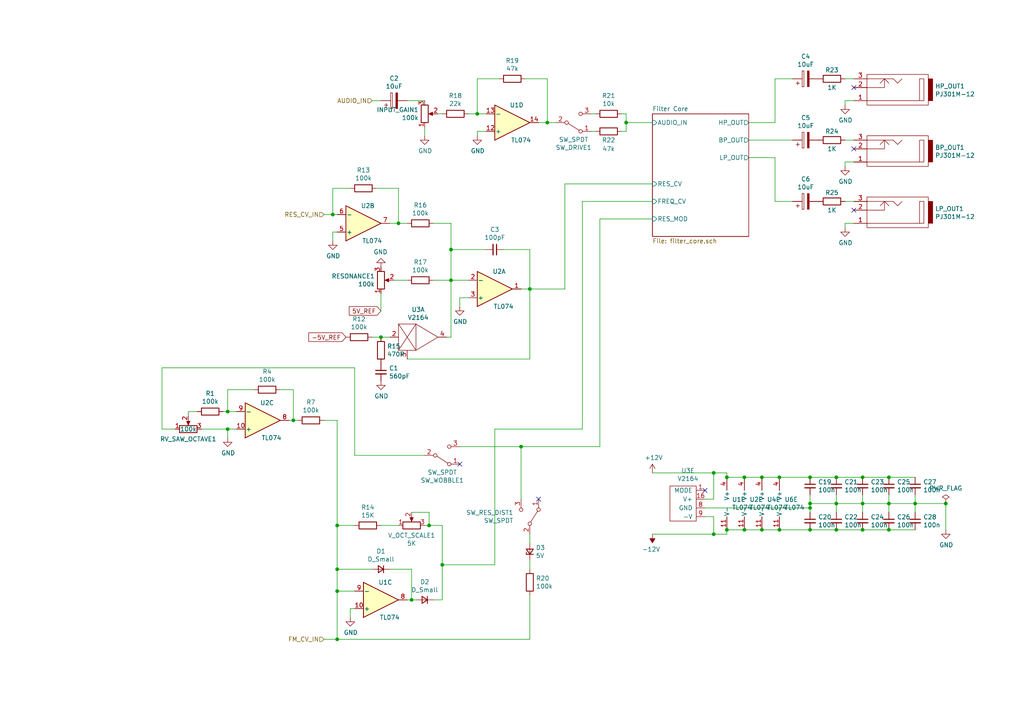
<source format=kicad_sch>
(kicad_sch (version 20230121) (generator eeschema)
  (paper "A4")
  (lib_symbols
    (symbol "Amplifier_Operational:TL074" (pin_names (offset 0.127))
      (property "Reference" "U" (at 0 5.08 0))
      (property "Value" "TL074" (at 0 -5.08 0))
      (symbol "TL074_1_1"
        (polyline (pts (xy -5.08 5.08) (xy 5.08 0) (xy -5.08 -5.08) (xy -5.08 5.08)) (stroke (width 0.254)) (fill (type background)))
        (pin output line (at 7.62 0 180) (length 2.54) (name "~") (number "1"))
        (pin input line (at -7.62 -2.54 0) (length 2.54) (name "-") (number "2"))
        (pin input line (at -7.62 2.54 0) (length 2.54) (name "+") (number "3"))
      )
      (symbol "TL074_2_1"
        (polyline (pts (xy -5.08 5.08) (xy 5.08 0) (xy -5.08 -5.08) (xy -5.08 5.08)) (stroke (width 0.254)) (fill (type background)))
        (pin input line (at -7.62 2.54 0) (length 2.54) (name "+") (number "5"))
        (pin input line (at -7.62 -2.54 0) (length 2.54) (name "-") (number "6"))
        (pin output line (at 7.62 0 180) (length 2.54) (name "~") (number "7"))
      )
      (symbol "TL074_3_1"
        (polyline (pts (xy -5.08 5.08) (xy 5.08 0) (xy -5.08 -5.08) (xy -5.08 5.08)) (stroke (width 0.254)) (fill (type background)))
        (pin input line (at -7.62 2.54 0) (length 2.54) (name "+") (number "10"))
        (pin output line (at 7.62 0 180) (length 2.54) (name "~") (number "8"))
        (pin input line (at -7.62 -2.54 0) (length 2.54) (name "-") (number "9"))
      )
      (symbol "TL074_4_1"
        (polyline (pts (xy -5.08 5.08) (xy 5.08 0) (xy -5.08 -5.08) (xy -5.08 5.08)) (stroke (width 0.254)) (fill (type background)))
        (pin input line (at -7.62 2.54 0) (length 2.54) (name "+") (number "12"))
        (pin input line (at -7.62 -2.54 0) (length 2.54) (name "-") (number "13"))
        (pin output line (at 7.62 0 180) (length 2.54) (name "~") (number "14"))
      )
      (symbol "TL074_5_1"
        (pin power_in line (at -2.54 -7.62 90) (length 3.81) (name "V-") (number "11"))
        (pin power_in line (at -2.54 7.62 270) (length 3.81) (name "V+") (number "4"))
      )
    )
    (symbol "Device:C_Small" (pin_numbers hide) (pin_names (offset 0.254) hide)
      (property "Reference" "C" (at 0.254 1.778 0))
      (property "Value" "C_Small" (at 0.254 -2.032 0))
      (symbol "C_Small_0_1"
        (polyline (pts (xy -1.524 -0.508) (xy 1.524 -0.508)) (stroke (width 0.3302)))
        (polyline (pts (xy -1.524 0.508) (xy 1.524 0.508)) (stroke (width 0.3048)))
      )
      (symbol "C_Small_1_1"
        (pin passive line (at 0 2.54 270) (length 2.032) (name "~") (number "1"))
        (pin passive line (at 0 -2.54 90) (length 2.032) (name "~") (number "2"))
      )
    )
    (symbol "Device:D_Small" (pin_numbers hide) (pin_names (offset 0.254) hide)
      (property "Reference" "D" (at -1.27 2.032 0))
      (property "Value" "D_Small" (at -3.81 -2.032 0))
      (symbol "D_Small_0_1"
        (polyline (pts (xy -0.762 -1.016) (xy -0.762 1.016)) (stroke (width 0.254)))
        (polyline (pts (xy -0.762 0) (xy 0.762 0)))
        (polyline (pts (xy 0.762 -1.016) (xy -0.762 0) (xy 0.762 1.016) (xy 0.762 -1.016)) (stroke (width 0.254)))
      )
      (symbol "D_Small_1_1"
        (pin passive line (at -2.54 0 0) (length 1.778) (name "K") (number "1"))
        (pin passive line (at 2.54 0 180) (length 1.778) (name "A") (number "2"))
      )
    )
    (symbol "Device:D_Zener_Small" (pin_numbers hide) (pin_names (offset 0.254) hide)
      (property "Reference" "D" (at 0 2.286 0))
      (property "Value" "D_Zener_Small" (at 0 -2.286 0))
      (symbol "D_Zener_Small_0_1"
        (polyline (pts (xy 0.762 0) (xy -0.762 0)))
        (polyline (pts (xy -0.254 1.016) (xy -0.762 1.016) (xy -0.762 -1.016)) (stroke (width 0.254)))
        (polyline (pts (xy 0.762 1.016) (xy -0.762 0) (xy 0.762 -1.016) (xy 0.762 1.016)) (stroke (width 0.254)))
      )
      (symbol "D_Zener_Small_1_1"
        (pin passive line (at -2.54 0 0) (length 1.778) (name "K") (number "1"))
        (pin passive line (at 2.54 0 180) (length 1.778) (name "A") (number "2"))
      )
    )
    (symbol "Device:R" (pin_numbers hide) (pin_names (offset 0))
      (property "Reference" "R" (at 2.032 0 90))
      (property "Value" "R" (at 0 0 90))
      (symbol "R_0_1"
        (rectangle (start -1.016 -2.54) (end 1.016 2.54) (stroke (width 0.254)))
      )
      (symbol "R_1_1"
        (pin passive line (at 0 3.81 270) (length 1.27) (name "~") (number "1"))
        (pin passive line (at 0 -3.81 90) (length 1.27) (name "~") (number "2"))
      )
    )
    (symbol "Schraeg-rescue:CP-Device" (pin_numbers hide) (pin_names (offset 0.254))
      (property "Reference" "C" (at 0.635 2.54 0))
      (property "Value" "Device_CP" (at 0.635 -2.54 0))
      (symbol "CP-Device_0_1"
        (rectangle (start -2.286 0.508) (end -2.286 1.016))
        (rectangle (start -2.286 0.508) (end 2.286 0.508))
        (polyline (pts (xy -1.778 2.286) (xy -0.762 2.286)))
        (polyline (pts (xy -1.27 2.794) (xy -1.27 1.778)))
        (rectangle (start 2.286 -0.508) (end -2.286 -1.016) (fill (type outline)))
        (rectangle (start 2.286 1.016) (end -2.286 1.016))
        (rectangle (start 2.286 1.016) (end 2.286 0.508))
      )
      (symbol "CP-Device_1_1"
        (pin passive line (at 0 3.81 270) (length 2.794) (name "~") (number "1"))
        (pin passive line (at 0 -3.81 90) (length 2.794) (name "~") (number "2"))
      )
    )
    (symbol "Schraeg-rescue:PJ301M-12-eurocad" (pin_names (offset 1.016))
      (property "Reference" "J" (at -8.89 -5.08 0))
      (property "Value" "eurocad_PJ301M-12" (at -3.81 6.35 0))
      (symbol "PJ301M-12-eurocad_0_1"
        (rectangle (start -11.43 3.81) (end -10.16 -2.54) (fill (type outline)))
        (polyline (pts (xy 3.81 0) (xy 7.62 0) (xy 7.62 0)))
        (polyline (pts (xy 0 -2.54) (xy -1.27 -1.27) (xy -2.54 -2.54) (xy -2.54 -2.54)))
        (polyline (pts (xy 0 -2.54) (xy 7.62 -2.54) (xy 7.62 -2.54) (xy 7.62 -2.54)))
        (polyline (pts (xy 1.27 -1.27) (xy 2.54 -2.54) (xy 3.81 -1.27) (xy 3.81 -1.27)))
        (polyline (pts (xy 3.81 0) (xy 2.54 0) (xy 2.54 -2.54) (xy 2.54 -2.54)))
        (polyline (pts (xy 7.62 3.81) (xy -8.89 3.81) (xy -8.89 -2.54) (xy -7.62 -2.54) (xy -7.62 3.81)))
        (rectangle (start 7.62 -3.81) (end -10.16 5.08))
      )
      (symbol "PJ301M-12-eurocad_1_1"
        (pin passive line (at 11.43 3.81 180) (length 3.81) (name "~") (number "1"))
        (pin passive line (at 11.43 0 180) (length 3.81) (name "~") (number "2"))
        (pin passive line (at 11.43 -2.54 180) (length 3.81) (name "~") (number "3"))
      )
    )
    (symbol "Schraeg-rescue:R_POT-Device" (pin_names (offset 1.016) hide)
      (property "Reference" "RV" (at -4.445 0 90))
      (property "Value" "Device_R_POT" (at -2.54 0 90))
      (symbol "R_POT-Device_0_1"
        (polyline (pts (xy 2.54 0) (xy 1.524 0)))
        (polyline (pts (xy 1.143 0) (xy 2.286 0.508) (xy 2.286 -0.508) (xy 1.143 0)) (fill (type outline)))
        (rectangle (start 1.016 2.54) (end -1.016 -2.54) (stroke (width 0.254)))
      )
      (symbol "R_POT-Device_1_1"
        (pin passive line (at 0 3.81 270) (length 1.27) (name "1") (number "1"))
        (pin passive line (at 3.81 0 180) (length 1.27) (name "2") (number "2"))
        (pin passive line (at 0 -3.81 90) (length 1.27) (name "3") (number "3"))
      )
    )
    (symbol "Schraeg-rescue:V2164-v2164" (pin_names (offset 1.016))
      (property "Reference" "U" (at 2.54 8.89 0))
      (property "Value" "v2164_V2164" (at 2.54 6.35 0))
      (symbol "V2164-v2164_1_1"
        (rectangle (start -5.08 3.81) (end 0 -3.81))
        (polyline (pts (xy -5.08 -3.81) (xy 0 3.81)))
        (polyline (pts (xy -5.08 3.81) (xy 0 -3.81)))
        (polyline (pts (xy 0 -3.81) (xy 6.35 0) (xy 0 3.81)))
        (pin input line (at -7.62 0 0) (length 2.54) (name "~") (number "2"))
        (pin input line (at -2.54 6.35 270) (length 2.54) (name "~") (number "3"))
        (pin output line (at 8.89 0 180) (length 2.54) (name "~") (number "4"))
      )
      (symbol "V2164-v2164_2_1"
        (rectangle (start -5.08 3.81) (end 0 -3.81))
        (polyline (pts (xy -5.08 -3.81) (xy 0 3.81)))
        (polyline (pts (xy -5.08 3.81) (xy 0 -3.81)))
        (polyline (pts (xy 0 -3.81) (xy 6.35 0) (xy 0 3.81)))
        (pin output line (at 8.89 0 180) (length 2.54) (name "~") (number "5"))
        (pin input line (at -2.54 6.35 270) (length 2.54) (name "~") (number "6"))
        (pin input line (at -7.62 0 0) (length 2.54) (name "~") (number "7"))
      )
      (symbol "V2164-v2164_3_1"
        (rectangle (start -5.08 3.81) (end 0 -3.81))
        (polyline (pts (xy -5.08 -3.81) (xy 0 3.81)))
        (polyline (pts (xy -5.08 3.81) (xy 0 -3.81)))
        (polyline (pts (xy 0 -3.81) (xy 6.35 0) (xy 0 3.81)))
        (pin input line (at -7.62 0 0) (length 2.54) (name "~") (number "10"))
        (pin input line (at -2.54 6.35 270) (length 2.54) (name "~") (number "11"))
        (pin output line (at 8.89 0 180) (length 2.54) (name "~") (number "12"))
      )
      (symbol "V2164-v2164_4_1"
        (rectangle (start -5.08 3.81) (end 0 -3.81))
        (polyline (pts (xy -5.08 -3.81) (xy 0 3.81)))
        (polyline (pts (xy -5.08 3.81) (xy 0 -3.81)))
        (polyline (pts (xy 0 -3.81) (xy 6.35 0) (xy 0 3.81)))
        (pin output line (at 8.89 0 180) (length 2.54) (name "~") (number "13"))
        (pin input line (at -2.54 6.35 270) (length 2.54) (name "~") (number "14"))
        (pin input line (at -7.62 0 0) (length 2.54) (name "~") (number "15"))
      )
      (symbol "V2164-v2164_5_1"
        (rectangle (start 5.08 5.08) (end -2.54 -5.08))
        (pin input line (at 7.62 3.81 180) (length 2.54) (name "MODE") (number "1"))
        (pin power_in line (at 7.62 1.27 180) (length 2.54) (name "V+") (number "16"))
        (pin power_in line (at 7.62 -1.27 180) (length 2.54) (name "GND") (number "8"))
        (pin power_in line (at 7.62 -3.81 180) (length 2.54) (name "-V") (number "9"))
      )
    )
    (symbol "Switch:SW_SPDT" (pin_names (offset 0) hide)
      (property "Reference" "SW" (at 0 4.318 0))
      (property "Value" "SW_SPDT" (at 0 -5.08 0))
      (symbol "SW_SPDT_0_0"
        (circle (center -2.032 0) (radius 0.508))
        (circle (center 2.032 -2.54) (radius 0.508))
      )
      (symbol "SW_SPDT_0_1"
        (polyline (pts (xy -1.524 0.254) (xy 1.651 2.286)))
        (circle (center 2.032 2.54) (radius 0.508))
      )
      (symbol "SW_SPDT_1_1"
        (pin passive line (at 5.08 2.54 180) (length 2.54) (name "A") (number "1"))
        (pin passive line (at -5.08 0 0) (length 2.54) (name "B") (number "2"))
        (pin passive line (at 5.08 -2.54 180) (length 2.54) (name "C") (number "3"))
      )
    )
    (symbol "power:+12V" (power) (pin_names (offset 0))
      (property "Value" "+12V" (at 0 3.556 0))
      (symbol "+12V_0_1"
        (polyline (pts (xy -0.762 1.27) (xy 0 2.54)))
        (polyline (pts (xy 0 0) (xy 0 2.54)))
        (polyline (pts (xy 0 2.54) (xy 0.762 1.27)))
      )
      (symbol "+12V_1_1"
        (pin power_in line (at 0 0 90) (length 0) hide (name "+12V") (number "1"))
      )
    )
    (symbol "power:-12V" (power) (pin_names (offset 0))
      (property "Value" "-12V" (at 0 3.81 0))
      (symbol "-12V_0_0"
        (pin power_in line (at 0 0 90) (length 0) hide (name "-12V") (number "1"))
      )
      (symbol "-12V_0_1"
        (polyline (pts (xy 0 0) (xy 0 1.27) (xy 0.762 1.27) (xy 0 2.54) (xy -0.762 1.27) (xy 0 1.27)) (fill (type outline)))
      )
    )
    (symbol "power:GND" (power) (pin_names (offset 0))
      (property "Value" "GND" (at 0 -3.81 0))
      (symbol "GND_0_1"
        (polyline (pts (xy 0 0) (xy 0 -1.27) (xy 1.27 -1.27) (xy 0 -2.54) (xy -1.27 -1.27) (xy 0 -1.27)))
      )
      (symbol "GND_1_1"
        (pin power_in line (at 0 0 270) (length 0) hide (name "GND") (number "1"))
      )
    )
    (symbol "power:PWR_FLAG" (power) (pin_numbers hide) (pin_names (offset 0) hide)
      (property "Value" "PWR_FLAG" (at 0 3.81 0))
      (symbol "PWR_FLAG_0_0"
        (pin power_out line (at 0 0 90) (length 0) (name "pwr") (number "1"))
      )
      (symbol "PWR_FLAG_0_1"
        (polyline (pts (xy 0 0) (xy 0 1.27) (xy -1.016 1.905) (xy 0 2.54) (xy 1.016 1.905) (xy 0 1.27)))
      )
    )
  )
  (junction (at 220.98 153.67))
  (junction (at 250.19 138.43))
  (junction (at 97.79 165.1))
  (junction (at 85.09 121.92))
  (junction (at 128.27 163.83))
  (junction (at 130.81 81.28))
  (junction (at 119.38 173.99))
  (junction (at 210.82 138.43))
  (junction (at 242.57 146.05))
  (junction (at 234.95 147.32))
  (junction (at 130.81 72.39))
  (junction (at 234.95 153.67))
  (junction (at 220.98 138.43))
  (junction (at 66.04 119.38))
  (junction (at 158.75 35.56))
  (junction (at 181.61 35.56))
  (junction (at 124.46 152.4))
  (junction (at 234.95 138.43))
  (junction (at 257.81 146.05))
  (junction (at 226.06 153.67))
  (junction (at 151.13 129.54))
  (junction (at 234.95 146.05))
  (junction (at 265.43 146.05))
  (junction (at 138.43 33.02))
  (junction (at 257.81 153.67))
  (junction (at 115.57 64.77))
  (junction (at 257.81 138.43))
  (junction (at 110.49 97.79))
  (junction (at 97.79 185.42))
  (junction (at 250.19 146.05))
  (junction (at 97.79 152.4))
  (junction (at 242.57 153.67))
  (junction (at 97.79 171.45))
  (junction (at 210.82 153.67))
  (junction (at 242.57 138.43))
  (junction (at 96.52 62.23))
  (junction (at 153.67 83.82))
  (junction (at 207.01 137.16))
  (junction (at 66.04 124.46))
  (junction (at 215.9 153.67))
  (junction (at 207.01 154.94))
  (junction (at 274.32 146.05))
  (junction (at 250.19 153.67))
  (junction (at 226.06 138.43))
  (junction (at 215.9 138.43))
  (no_connect (at 247.65 60.96))
  (no_connect (at 156.21 144.78))
  (no_connect (at 204.47 142.24))
  (no_connect (at 247.65 43.18))
  (no_connect (at 247.65 25.4))
  (no_connect (at 133.35 134.62))
  (wire (pts (xy 102.87 176.53) (xy 101.6 176.53)))
  (wire (pts (xy 245.11 29.21) (xy 245.11 30.48)))
  (wire (pts (xy 46.99 106.68) (xy 102.87 106.68)))
  (wire (pts (xy 46.99 124.46) (xy 46.99 106.68)))
  (wire (pts (xy 171.45 33.02) (xy 172.72 33.02)))
  (wire (pts (xy 125.73 81.28) (xy 130.81 81.28)))
  (wire (pts (xy 247.65 46.99) (xy 245.11 46.99)))
  (wire (pts (xy 257.81 143.51) (xy 257.81 146.05)))
  (wire (pts (xy 168.91 58.42) (xy 189.23 58.42)))
  (wire (pts (xy 54.61 120.65) (xy 54.61 119.38)))
  (wire (pts (xy 146.05 72.39) (xy 153.67 72.39)))
  (wire (pts (xy 118.11 104.14) (xy 153.67 104.14)))
  (wire (pts (xy 210.82 153.67) (xy 215.9 153.67)))
  (wire (pts (xy 220.98 138.43) (xy 226.06 138.43)))
  (wire (pts (xy 50.8 124.46) (xy 46.99 124.46)))
  (wire (pts (xy 109.22 54.61) (xy 115.57 54.61)))
  (wire (pts (xy 250.19 143.51) (xy 250.19 146.05)))
  (wire (pts (xy 54.61 119.38) (xy 57.15 119.38)))
  (wire (pts (xy 257.81 146.05) (xy 257.81 148.59)))
  (wire (pts (xy 234.95 153.67) (xy 242.57 153.67)))
  (wire (pts (xy 181.61 35.56) (xy 189.23 35.56)))
  (wire (pts (xy 173.99 63.5) (xy 189.23 63.5)))
  (wire (pts (xy 107.95 29.21) (xy 110.49 29.21)))
  (wire (pts (xy 224.79 58.42) (xy 229.87 58.42)))
  (wire (pts (xy 120.65 173.99) (xy 119.38 173.99)))
  (wire (pts (xy 215.9 153.67) (xy 220.98 153.67)))
  (wire (pts (xy 119.38 173.99) (xy 119.38 165.1)))
  (wire (pts (xy 189.23 137.16) (xy 207.01 137.16)))
  (wire (pts (xy 224.79 35.56) (xy 224.79 22.86)))
  (wire (pts (xy 102.87 152.4) (xy 97.79 152.4)))
  (wire (pts (xy 97.79 165.1) (xy 97.79 171.45)))
  (wire (pts (xy 234.95 138.43) (xy 242.57 138.43)))
  (wire (pts (xy 226.06 153.67) (xy 234.95 153.67)))
  (wire (pts (xy 97.79 171.45) (xy 97.79 185.42)))
  (wire (pts (xy 189.23 154.94) (xy 207.01 154.94)))
  (wire (pts (xy 158.75 35.56) (xy 161.29 35.56)))
  (wire (pts (xy 250.19 146.05) (xy 250.19 148.59)))
  (wire (pts (xy 119.38 173.99) (xy 118.11 173.99)))
  (wire (pts (xy 180.34 38.1) (xy 181.61 38.1)))
  (wire (pts (xy 181.61 33.02) (xy 180.34 33.02)))
  (wire (pts (xy 133.35 86.36) (xy 133.35 88.9)))
  (wire (pts (xy 210.82 154.94) (xy 210.82 153.67)))
  (wire (pts (xy 242.57 146.05) (xy 242.57 148.59)))
  (wire (pts (xy 173.99 129.54) (xy 173.99 63.5)))
  (wire (pts (xy 153.67 72.39) (xy 153.67 83.82)))
  (wire (pts (xy 114.3 81.28) (xy 118.11 81.28)))
  (wire (pts (xy 207.01 137.16) (xy 210.82 137.16)))
  (wire (pts (xy 274.32 146.05) (xy 274.32 153.67)))
  (wire (pts (xy 119.38 165.1) (xy 113.03 165.1)))
  (wire (pts (xy 217.17 35.56) (xy 224.79 35.56)))
  (wire (pts (xy 257.81 153.67) (xy 265.43 153.67)))
  (wire (pts (xy 265.43 143.51) (xy 265.43 146.05)))
  (wire (pts (xy 101.6 54.61) (xy 96.52 54.61)))
  (wire (pts (xy 247.65 29.21) (xy 245.11 29.21)))
  (wire (pts (xy 242.57 146.05) (xy 250.19 146.05)))
  (wire (pts (xy 123.19 36.83) (xy 123.19 39.37)))
  (wire (pts (xy 138.43 38.1) (xy 138.43 39.37)))
  (wire (pts (xy 96.52 62.23) (xy 97.79 62.23)))
  (wire (pts (xy 125.73 173.99) (xy 128.27 173.99)))
  (wire (pts (xy 97.79 67.31) (xy 96.52 67.31)))
  (wire (pts (xy 153.67 104.14) (xy 153.67 83.82)))
  (wire (pts (xy 97.79 171.45) (xy 102.87 171.45)))
  (wire (pts (xy 158.75 35.56) (xy 156.21 35.56)))
  (wire (pts (xy 124.46 148.59) (xy 119.38 148.59)))
  (wire (pts (xy 128.27 173.99) (xy 128.27 163.83)))
  (wire (pts (xy 242.57 138.43) (xy 250.19 138.43)))
  (wire (pts (xy 153.67 157.48) (xy 153.67 154.94)))
  (wire (pts (xy 207.01 144.78) (xy 207.01 137.16)))
  (wire (pts (xy 257.81 138.43) (xy 265.43 138.43)))
  (wire (pts (xy 107.95 165.1) (xy 97.79 165.1)))
  (wire (pts (xy 97.79 121.92) (xy 97.79 152.4)))
  (wire (pts (xy 152.4 22.86) (xy 158.75 22.86)))
  (wire (pts (xy 242.57 143.51) (xy 242.57 146.05)))
  (wire (pts (xy 250.19 138.43) (xy 257.81 138.43)))
  (wire (pts (xy 220.98 153.67) (xy 226.06 153.67)))
  (wire (pts (xy 124.46 152.4) (xy 123.19 152.4)))
  (wire (pts (xy 245.11 58.42) (xy 247.65 58.42)))
  (wire (pts (xy 210.82 138.43) (xy 215.9 138.43)))
  (wire (pts (xy 102.87 132.08) (xy 123.19 132.08)))
  (wire (pts (xy 245.11 40.64) (xy 247.65 40.64)))
  (wire (pts (xy 144.78 22.86) (xy 138.43 22.86)))
  (wire (pts (xy 151.13 129.54) (xy 151.13 144.78)))
  (wire (pts (xy 207.01 149.86) (xy 207.01 154.94)))
  (wire (pts (xy 181.61 35.56) (xy 181.61 38.1)))
  (wire (pts (xy 96.52 67.31) (xy 96.52 69.85)))
  (wire (pts (xy 143.51 124.46) (xy 168.91 124.46)))
  (wire (pts (xy 118.11 29.21) (xy 123.19 29.21)))
  (wire (pts (xy 115.57 64.77) (xy 118.11 64.77)))
  (wire (pts (xy 153.67 165.1) (xy 153.67 162.56)))
  (wire (pts (xy 234.95 146.05) (xy 242.57 146.05)))
  (wire (pts (xy 168.91 124.46) (xy 168.91 58.42)))
  (wire (pts (xy 163.83 53.34) (xy 189.23 53.34)))
  (wire (pts (xy 140.97 38.1) (xy 138.43 38.1)))
  (wire (pts (xy 153.67 83.82) (xy 163.83 83.82)))
  (wire (pts (xy 265.43 146.05) (xy 265.43 148.59)))
  (wire (pts (xy 93.98 121.92) (xy 97.79 121.92)))
  (wire (pts (xy 181.61 33.02) (xy 181.61 35.56)))
  (wire (pts (xy 125.73 64.77) (xy 130.81 64.77)))
  (wire (pts (xy 204.47 149.86) (xy 207.01 149.86)))
  (wire (pts (xy 163.83 83.82) (xy 163.83 53.34)))
  (wire (pts (xy 204.47 144.78) (xy 207.01 144.78)))
  (wire (pts (xy 66.04 124.46) (xy 66.04 127)))
  (wire (pts (xy 135.89 33.02) (xy 138.43 33.02)))
  (wire (pts (xy 242.57 153.67) (xy 250.19 153.67)))
  (wire (pts (xy 66.04 119.38) (xy 68.58 119.38)))
  (wire (pts (xy 245.11 46.99) (xy 245.11 48.26)))
  (wire (pts (xy 81.28 113.03) (xy 85.09 113.03)))
  (wire (pts (xy 217.17 45.72) (xy 224.79 45.72)))
  (wire (pts (xy 138.43 22.86) (xy 138.43 33.02)))
  (wire (pts (xy 153.67 83.82) (xy 151.13 83.82)))
  (wire (pts (xy 151.13 129.54) (xy 173.99 129.54)))
  (wire (pts (xy 207.01 154.94) (xy 210.82 154.94)))
  (wire (pts (xy 115.57 54.61) (xy 115.57 64.77)))
  (wire (pts (xy 153.67 185.42) (xy 153.67 172.72)))
  (wire (pts (xy 226.06 138.43) (xy 234.95 138.43)))
  (wire (pts (xy 247.65 64.77) (xy 245.11 64.77)))
  (wire (pts (xy 110.49 85.09) (xy 110.49 90.17)))
  (wire (pts (xy 224.79 22.86) (xy 229.87 22.86)))
  (wire (pts (xy 97.79 152.4) (xy 97.79 165.1)))
  (wire (pts (xy 250.19 146.05) (xy 257.81 146.05)))
  (wire (pts (xy 234.95 143.51) (xy 234.95 146.05)))
  (wire (pts (xy 128.27 152.4) (xy 128.27 163.83)))
  (wire (pts (xy 138.43 33.02) (xy 140.97 33.02)))
  (wire (pts (xy 143.51 163.83) (xy 143.51 124.46)))
  (wire (pts (xy 257.81 146.05) (xy 265.43 146.05)))
  (wire (pts (xy 171.45 38.1) (xy 172.72 38.1)))
  (wire (pts (xy 135.89 86.36) (xy 133.35 86.36)))
  (wire (pts (xy 250.19 153.67) (xy 257.81 153.67)))
  (wire (pts (xy 85.09 113.03) (xy 85.09 121.92)))
  (wire (pts (xy 158.75 22.86) (xy 158.75 35.56)))
  (wire (pts (xy 66.04 113.03) (xy 73.66 113.03)))
  (wire (pts (xy 215.9 138.43) (xy 220.98 138.43)))
  (wire (pts (xy 101.6 176.53) (xy 101.6 179.07)))
  (wire (pts (xy 93.98 62.23) (xy 96.52 62.23)))
  (wire (pts (xy 96.52 54.61) (xy 96.52 62.23)))
  (wire (pts (xy 115.57 64.77) (xy 113.03 64.77)))
  (wire (pts (xy 128.27 163.83) (xy 143.51 163.83)))
  (wire (pts (xy 234.95 147.32) (xy 234.95 148.59)))
  (wire (pts (xy 234.95 146.05) (xy 234.95 147.32)))
  (wire (pts (xy 97.79 185.42) (xy 93.98 185.42)))
  (wire (pts (xy 130.81 81.28) (xy 130.81 72.39)))
  (wire (pts (xy 130.81 72.39) (xy 130.81 64.77)))
  (wire (pts (xy 245.11 22.86) (xy 247.65 22.86)))
  (wire (pts (xy 204.47 147.32) (xy 234.95 147.32)))
  (wire (pts (xy 210.82 137.16) (xy 210.82 138.43)))
  (wire (pts (xy 66.04 119.38) (xy 66.04 113.03)))
  (wire (pts (xy 127 33.02) (xy 128.27 33.02)))
  (wire (pts (xy 115.57 152.4) (xy 110.49 152.4)))
  (wire (pts (xy 110.49 97.79) (xy 113.03 97.79)))
  (wire (pts (xy 97.79 185.42) (xy 153.67 185.42)))
  (wire (pts (xy 224.79 45.72) (xy 224.79 58.42)))
  (wire (pts (xy 83.82 121.92) (xy 85.09 121.92)))
  (wire (pts (xy 265.43 146.05) (xy 274.32 146.05)))
  (wire (pts (xy 58.42 124.46) (xy 66.04 124.46)))
  (wire (pts (xy 128.27 152.4) (xy 124.46 152.4)))
  (wire (pts (xy 245.11 64.77) (xy 245.11 66.04)))
  (wire (pts (xy 130.81 97.79) (xy 130.81 81.28)))
  (wire (pts (xy 85.09 121.92) (xy 86.36 121.92)))
  (wire (pts (xy 133.35 129.54) (xy 151.13 129.54)))
  (wire (pts (xy 217.17 40.64) (xy 229.87 40.64)))
  (wire (pts (xy 64.77 119.38) (xy 66.04 119.38)))
  (wire (pts (xy 130.81 81.28) (xy 135.89 81.28)))
  (wire (pts (xy 124.46 152.4) (xy 124.46 148.59)))
  (wire (pts (xy 130.81 72.39) (xy 140.97 72.39)))
  (wire (pts (xy 129.54 97.79) (xy 130.81 97.79)))
  (wire (pts (xy 107.95 97.79) (xy 110.49 97.79)))
  (wire (pts (xy 68.58 124.46) (xy 66.04 124.46)))
  (wire (pts (xy 102.87 106.68) (xy 102.87 132.08)))
  (global_label "5V_REF" (shape input) (at 110.49 90.17 180) (property "Intersheetrefs" "${INTERSHEET_REFS}" (effects hide)))
  (global_label "-5V_REF" (shape input) (at 100.33 97.79 180) (property "Intersheetrefs" "${INTERSHEET_REFS}" (effects hide)))
  (hierarchical_label "AUDIO_IN" (shape input) (at 107.95 29.21 180))
  (hierarchical_label "RES_CV_IN" (shape input) (at 93.98 62.23 180))
  (hierarchical_label "FM_CV_IN" (shape input) (at 93.98 185.42 180))
  (symbol (lib_id "Device:C_Small") (at 110.49 107.95 0) (unit 1)
    (property "Reference" "C?" (at 112.8268 106.7816 0) (effects (justify left)))
    (property "Value" "560pF" (at 112.8268 109.093 0) (effects (justify left)))
    (property "Footprint" "Capacitor_SMD:C_0603_1608Metric_Pad1.05x0.95mm_HandSolder" (effects hide))
    (instances (project "Schraeg" (path "" (reference "C1") (unit 1)) (path "" (reference "C1") (unit 1)) (path "" (reference "C29") (unit 1))))
  )
  (symbol (lib_id "Device:C_Small") (at 250.19 140.97 0) (unit 1)
    (property "Reference" "C23" (at 252.5268 139.8016 0) (effects (justify left)))
    (property "Value" "100n" (at 252.5268 142.113 0) (effects (justify left)))
    (property "Footprint" "Capacitor_SMD:C_0603_1608Metric_Pad1.05x0.95mm_HandSolder" (effects hide))
    (instances (project "Schraeg" (path "" (reference "C23") (unit 1)) (path "" (reference "C39") (unit 1))))
  )
  (symbol (lib_id "Device:R") (at 121.92 64.77 270) (unit 1)
    (property "Reference" "R16" (at 121.92 59.5122 90))
    (property "Value" "100k" (at 121.92 61.8236 90))
    (property "Footprint" "Resistor_SMD:R_0603_1608Metric_Pad1.05x0.95mm_HandSolder" (effects hide))
    (instances (project "Schraeg" (path "" (reference "R16") (unit 1)) (path "" (reference "R18") (unit 1)) (path "" (reference "R57") (unit 1))))
  )
  (symbol (lib_id "power:GND") (at 245.11 30.48 0) (unit 1)
    (property "Reference" "#PWR017" (effects hide))
    (property "Value" "GND" (at 245.237 34.8742 0))
    (instances (project "Schraeg" (path "" (reference "#PWR017") (unit 1)) (path "" (reference "#PWR017") (unit 1)) (path "" (reference "#PWR056") (unit 1))))
  )
  (symbol (lib_id "Schraeg-rescue:PJ301M-12-eurocad") (at 259.08 60.96 180) (unit 1)
    (property "Reference" "LP_OUT1" (at 271.2212 60.5536 0) (effects (justify right)))
    (property "Value" "PJ301M-12" (at 271.2212 62.865 0) (effects (justify right)))
    (property "Footprint" "Eurocad:PJ301M-12" (effects hide))
    (instances (project "Schraeg" (path "" (reference "LP_OUT1") (unit 1)) (path "" (reference "LP_OUT1") (unit 1)) (path "" (reference "LP_OUT2") (unit 1))))
  )
  (symbol (lib_id "Switch:SW_SPDT") (at 166.37 35.56 0) (mirror x) (unit 1)
    (property "Reference" "SW_DRIVE1" (at 166.37 42.799 0))
    (property "Value" "SW_SPDT" (at 166.37 40.4876 0))
    (property "Footprint" "Connector_PinHeader_2.54mm:PinHeader_1x03_P2.54mm_Vertical" (effects hide))
    (instances (project "Schraeg" (path "" (reference "SW_DRIVE1") (unit 1)) (path "" (reference "SW_DRIVE1") (unit 1)) (path "" (reference "SW_DRIVE2") (unit 1))))
  )
  (symbol (lib_id "Device:D_Zener_Small") (at 153.67 160.02 90) (unit 1)
    (property "Reference" "D3" (at 155.3972 158.8516 90) (effects (justify right)))
    (property "Value" "5V" (at 155.3972 161.163 90) (effects (justify right)))
    (property "Footprint" "Diode_SMD:D_SOD-123" (effects hide))
    (instances (project "Schraeg" (path "" (reference "D3") (unit 1)) (path "" (reference "D3") (unit 1)) (path "" (reference "D9") (unit 1))))
  )
  (symbol (lib_id "power:GND") (at 245.11 66.04 0) (unit 1)
    (property "Reference" "#PWR019" (effects hide))
    (property "Value" "GND" (at 245.237 70.4342 0))
    (instances (project "Schraeg" (path "" (reference "#PWR019") (unit 1)) (path "" (reference "#PWR019") (unit 1)) (path "" (reference "#PWR058") (unit 1))))
  )
  (symbol (lib_id "Amplifier_Operational:TL074") (at 148.59 35.56 0) (mirror x) (unit 4)
    (property "Reference" "U1" (at 149.86 30.48 0))
    (property "Value" "TL074" (at 151.13 40.64 0))
    (property "Footprint" "Package_SO:SOIC-14_3.9x8.7mm_P1.27mm" (effects hide))
    (property "Datasheet" "http://www.ti.com/lit/ds/symlink/tl071.pdf" (effects hide))
    (instances (project "Schraeg" (path "" (reference "U1") (unit 4)) (path "" (reference "U1") (unit 4)) (path "" (reference "U7") (unit 4))))
  )
  (symbol (lib_id "Device:C_Small") (at 234.95 140.97 0) (unit 1)
    (property "Reference" "C19" (at 237.2868 139.8016 0) (effects (justify left)))
    (property "Value" "100n" (at 237.2868 142.113 0) (effects (justify left)))
    (property "Footprint" "Capacitor_SMD:C_0603_1608Metric_Pad1.05x0.95mm_HandSolder" (effects hide))
    (instances (project "Schraeg" (path "" (reference "C19") (unit 1)) (path "" (reference "C35") (unit 1))))
  )
  (symbol (lib_id "Amplifier_Operational:TL074") (at 110.49 173.99 0) (mirror x) (unit 3)
    (property "Reference" "U1" (at 111.76 168.91 0))
    (property "Value" "TL074" (at 113.03 179.07 0))
    (property "Footprint" "Package_SO:SOIC-14_3.9x8.7mm_P1.27mm" (effects hide))
    (property "Datasheet" "http://www.ti.com/lit/ds/symlink/tl071.pdf" (effects hide))
    (instances (project "Schraeg" (path "" (reference "U1") (unit 3)) (path "" (reference "U1") (unit 3)) (path "" (reference "U7") (unit 3))))
  )
  (symbol (lib_id "Device:R") (at 176.53 38.1 270) (unit 1)
    (property "Reference" "R22" (at 176.53 40.64 90))
    (property "Value" "47k" (at 176.53 43.18 90))
    (property "Footprint" "Resistor_SMD:R_0603_1608Metric_Pad1.05x0.95mm_HandSolder" (effects hide))
    (instances (project "Schraeg" (path "" (reference "R22") (unit 1)) (path "" (reference "R24") (unit 1)) (path "" (reference "R63") (unit 1))))
  )
  (symbol (lib_id "Amplifier_Operational:TL074") (at 223.52 146.05 0) (unit 5)
    (property "Reference" "U4" (at 222.4532 144.8816 0) (effects (justify left)))
    (property "Value" "TL074" (at 222.4532 147.193 0) (effects (justify left)))
    (property "Footprint" "Package_SO:SOIC-14_3.9x8.7mm_P1.27mm" (effects hide))
    (property "Datasheet" "http://www.ti.com/lit/ds/symlink/tl071.pdf" (effects hide))
    (instances (project "Schraeg" (path "" (reference "U4") (unit 5)) (path "" (reference "U14") (unit 5))))
  )
  (symbol (lib_id "Device:C_Small") (at 265.43 140.97 0) (unit 1)
    (property "Reference" "C27" (at 267.7668 139.8016 0) (effects (justify left)))
    (property "Value" "100n" (at 267.7668 142.113 0) (effects (justify left)))
    (property "Footprint" "Capacitor_SMD:C_0603_1608Metric_Pad1.05x0.95mm_HandSolder" (effects hide))
    (instances (project "Schraeg" (path "" (reference "C27") (unit 1)) (path "" (reference "C43") (unit 1))))
  )
  (symbol (lib_id "power:GND") (at 133.35 88.9 0) (unit 1)
    (property "Reference" "#PWR?" (effects hide))
    (property "Value" "GND" (at 133.477 93.2942 0))
    (instances (project "Schraeg" (path "" (reference "#PWR015") (unit 1)) (path "" (reference "#PWR015") (unit 1)) (path "" (reference "#PWR052") (unit 1))))
  )
  (symbol (lib_id "power:GND") (at 66.04 127 0) (unit 1)
    (property "Reference" "#PWR06" (effects hide))
    (property "Value" "GND" (at 66.167 131.3942 0))
    (instances (project "Schraeg" (path "" (reference "#PWR06") (unit 1)) (path "" (reference "#PWR06") (unit 1)) (path "" (reference "#PWR046") (unit 1))))
  )
  (symbol (lib_id "power:GND") (at 110.49 110.49 0) (unit 1)
    (property "Reference" "#PWR?" (effects hide))
    (property "Value" "GND" (at 110.617 114.8842 0))
    (instances (project "Schraeg" (path "" (reference "#PWR013") (unit 1)) (path "" (reference "#PWR013") (unit 1)) (path "" (reference "#PWR050") (unit 1))))
  )
  (symbol (lib_id "Schraeg-rescue:R_POT-Device") (at 110.49 81.28 0) (mirror x) (unit 1)
    (property "Reference" "RESONANCE1" (at 108.712 80.1116 0) (effects (justify right)))
    (property "Value" "100k" (at 108.712 82.423 0) (effects (justify right)))
    (property "Footprint" "Eurocad:Alpha9mmPot" (effects hide))
    (instances (project "Schraeg" (path "" (reference "RESONANCE1") (unit 1)) (path "" (reference "RESONANCE1") (unit 1)) (path "" (reference "RESONANCE2") (unit 1))))
  )
  (symbol (lib_id "Device:R") (at 104.14 97.79 270) (unit 1)
    (property "Reference" "R12" (at 104.14 92.5322 90))
    (property "Value" "100k" (at 104.14 94.8436 90))
    (property "Footprint" "Resistor_SMD:R_0603_1608Metric_Pad1.05x0.95mm_HandSolder" (effects hide))
    (instances (project "Schraeg" (path "" (reference "R12") (unit 1)) (path "" (reference "R14") (unit 1)) (path "" (reference "R53") (unit 1))))
  )
  (symbol (lib_id "power:GND") (at 96.52 69.85 0) (unit 1)
    (property "Reference" "#PWR09" (effects hide))
    (property "Value" "GND" (at 96.647 74.2442 0))
    (instances (project "Schraeg" (path "" (reference "#PWR09") (unit 1)) (path "" (reference "#PWR09") (unit 1)) (path "" (reference "#PWR047") (unit 1))))
  )
  (symbol (lib_id "Schraeg-rescue:V2164-v2164") (at 120.65 97.79 0) (mirror x) (unit 1)
    (property "Reference" "U?" (at 121.285 89.789 0))
    (property "Value" "V2164" (at 121.285 92.1004 0))
    (property "Footprint" "Package_SO:SOIC-16_3.9x9.9mm_P1.27mm" (effects hide))
    (instances (project "Schraeg" (path "" (reference "U3") (unit 1)) (path "" (reference "U3") (unit 1)) (path "" (reference "U13") (unit 1))))
  )
  (symbol (lib_id "power:GND") (at 110.49 77.47 180) (unit 1)
    (property "Reference" "#PWR?" (effects hide))
    (property "Value" "GND" (at 110.363 73.0758 0))
    (instances (project "Schraeg" (path "" (reference "#PWR012") (unit 1)) (path "" (reference "#PWR012") (unit 1)) (path "" (reference "#PWR049") (unit 1))))
  )
  (symbol (lib_id "Device:R") (at 176.53 33.02 270) (unit 1)
    (property "Reference" "R21" (at 176.53 27.7622 90))
    (property "Value" "10k" (at 176.53 30.0736 90))
    (property "Footprint" "Resistor_SMD:R_0603_1608Metric_Pad1.05x0.95mm_HandSolder" (effects hide))
    (instances (project "Schraeg" (path "" (reference "R21") (unit 1)) (path "" (reference "R23") (unit 1)) (path "" (reference "R62") (unit 1))))
  )
  (symbol (lib_id "Schraeg-rescue:V2164-v2164") (at 196.85 146.05 0) (unit 5)
    (property "Reference" "U3" (at 199.5424 136.525 0))
    (property "Value" "V2164" (at 199.5424 138.8364 0))
    (property "Footprint" "Package_SO:SOIC-16_3.9x9.9mm_P1.27mm" (effects hide))
    (instances (project "Schraeg" (path "" (reference "U3") (unit 5)) (path "" (reference "U13") (unit 5))))
  )
  (symbol (lib_id "Schraeg-rescue:PJ301M-12-eurocad") (at 259.08 43.18 180) (unit 1)
    (property "Reference" "BP_OUT1" (at 271.2212 42.7736 0) (effects (justify right)))
    (property "Value" "PJ301M-12" (at 271.2212 45.085 0) (effects (justify right)))
    (property "Footprint" "Eurocad:PJ301M-12" (effects hide))
    (instances (project "Schraeg" (path "" (reference "BP_OUT1") (unit 1)) (path "" (reference "BP_OUT1") (unit 1)) (path "" (reference "BP_OUT2") (unit 1))))
  )
  (symbol (lib_id "Schraeg-rescue:R_POT-Device") (at 119.38 152.4 90) (unit 1)
    (property "Reference" "V_OCT_SCALE1" (at 119.38 155.2956 90))
    (property "Value" "5K" (at 119.38 157.607 90))
    (property "Footprint" "Potentiometer_THT:Potentiometer_Bourns_3296W_Vertical" (effects hide))
    (instances (project "Schraeg" (path "" (reference "V_OCT_SCALE1") (unit 1)) (path "" (reference "V_OCT_SCALE1") (unit 1)) (path "" (reference "V_OCT_SCALE2") (unit 1))))
  )
  (symbol (lib_id "Device:C_Small") (at 143.51 72.39 270) (unit 1)
    (property "Reference" "C3" (at 143.51 66.5734 90))
    (property "Value" "100pF" (at 143.51 68.8848 90))
    (property "Footprint" "Capacitor_SMD:C_0603_1608Metric_Pad1.05x0.95mm_HandSolder" (effects hide))
    (instances (project "Schraeg" (path "" (reference "C3") (unit 1)) (path "" (reference "C3") (unit 1)) (path "" (reference "C31") (unit 1))))
  )
  (symbol (lib_id "power:+12V") (at 189.23 137.16 0) (unit 1)
    (property "Reference" "#PWR037" (effects hide))
    (property "Value" "+12V" (at 189.611 132.7658 0))
    (instances (project "Schraeg" (path "" (reference "#PWR037") (unit 1)) (path "" (reference "#PWR043") (unit 1)) (path "" (reference "#PWR054") (unit 1))))
  )
  (symbol (lib_id "Device:R") (at 90.17 121.92 270) (unit 1)
    (property "Reference" "R7" (at 90.17 116.6622 90))
    (property "Value" "100k" (at 90.17 118.9736 90))
    (property "Footprint" "Resistor_SMD:R_0603_1608Metric_Pad1.05x0.95mm_HandSolder" (effects hide))
    (instances (project "Schraeg" (path "" (reference "R7") (unit 1)) (path "" (reference "R9") (unit 1)) (path "" (reference "R52") (unit 1))))
  )
  (symbol (lib_id "power:GND") (at 138.43 39.37 0) (unit 1)
    (property "Reference" "#PWR016" (effects hide))
    (property "Value" "GND" (at 138.557 43.7642 0))
    (instances (project "Schraeg" (path "" (reference "#PWR016") (unit 1)) (path "" (reference "#PWR016") (unit 1)) (path "" (reference "#PWR053") (unit 1))))
  )
  (symbol (lib_id "Device:R") (at 241.3 22.86 270) (unit 1)
    (property "Reference" "R23" (at 241.3 20.32 90))
    (property "Value" "1K" (at 241.3 25.4 90))
    (property "Footprint" "Resistor_SMD:R_0603_1608Metric_Pad1.05x0.95mm_HandSolder" (effects hide))
    (instances (project "Schraeg" (path "" (reference "R23") (unit 1)) (path "" (reference "R25") (unit 1)) (path "" (reference "R64") (unit 1))))
  )
  (symbol (lib_id "Schraeg-rescue:PJ301M-12-eurocad") (at 259.08 25.4 180) (unit 1)
    (property "Reference" "HP_OUT1" (at 271.2212 24.9936 0) (effects (justify right)))
    (property "Value" "PJ301M-12" (at 271.2212 27.305 0) (effects (justify right)))
    (property "Footprint" "Eurocad:PJ301M-12" (effects hide))
    (instances (project "Schraeg" (path "" (reference "HP_OUT1") (unit 1)) (path "" (reference "HP_OUT1") (unit 1)) (path "" (reference "HP_OUT2") (unit 1))))
  )
  (symbol (lib_id "Schraeg-rescue:CP-Device") (at 233.68 22.86 90) (unit 1)
    (property "Reference" "C4" (at 233.68 16.383 90))
    (property "Value" "10uF" (at 233.68 18.6944 90))
    (property "Footprint" "Capacitor_SMD:CP_Elec_5x4.5" (effects hide))
    (instances (project "Schraeg" (path "" (reference "C4") (unit 1)) (path "" (reference "C4") (unit 1)) (path "" (reference "C32") (unit 1))))
  )
  (symbol (lib_id "Device:C_Small") (at 250.19 151.13 0) (unit 1)
    (property "Reference" "C24" (at 252.5268 149.9616 0) (effects (justify left)))
    (property "Value" "100n" (at 252.5268 152.273 0) (effects (justify left)))
    (property "Footprint" "Capacitor_SMD:C_0603_1608Metric_Pad1.05x0.95mm_HandSolder" (effects hide))
    (instances (project "Schraeg" (path "" (reference "C24") (unit 1)) (path "" (reference "C40") (unit 1))))
  )
  (symbol (lib_id "Device:R") (at 105.41 54.61 270) (unit 1)
    (property "Reference" "R13" (at 105.41 49.3522 90))
    (property "Value" "100k" (at 105.41 51.6636 90))
    (property "Footprint" "Resistor_SMD:R_0603_1608Metric_Pad1.05x0.95mm_HandSolder" (effects hide))
    (instances (project "Schraeg" (path "" (reference "R13") (unit 1)) (path "" (reference "R15") (unit 1)) (path "" (reference "R54") (unit 1))))
  )
  (symbol (lib_id "power:GND") (at 101.6 179.07 0) (unit 1)
    (property "Reference" "#PWR010" (effects hide))
    (property "Value" "GND" (at 101.727 183.4642 0))
    (instances (project "Schraeg" (path "" (reference "#PWR010") (unit 1)) (path "" (reference "#PWR010") (unit 1)) (path "" (reference "#PWR048") (unit 1))))
  )
  (symbol (lib_id "power:GND") (at 274.32 153.67 0) (unit 1)
    (property "Reference" "#PWR043" (effects hide))
    (property "Value" "GND" (at 274.447 158.0642 0))
    (instances (project "Schraeg" (path "" (reference "#PWR045") (unit 1)) (path "" (reference "#PWR059") (unit 1))))
  )
  (symbol (lib_id "Switch:SW_SPDT") (at 153.67 149.86 270) (mirror x) (unit 1)
    (property "Reference" "SW_RES_DIST1" (at 148.8948 148.6916 90) (effects (justify right)))
    (property "Value" "SW_SPDT" (at 148.8948 151.003 90) (effects (justify right)))
    (property "Footprint" "Connector_PinHeader_2.54mm:PinHeader_1x03_P2.54mm_Vertical" (effects hide))
    (instances (project "Schraeg" (path "" (reference "SW_RES_DIST1") (unit 1)) (path "" (reference "SW_RES_DIST1") (unit 1)) (path "" (reference "SW_RES_DIST2") (unit 1))))
  )
  (symbol (lib_id "Device:R") (at 77.47 113.03 270) (unit 1)
    (property "Reference" "R4" (at 77.47 107.7722 90))
    (property "Value" "100k" (at 77.47 110.0836 90))
    (property "Footprint" "Resistor_SMD:R_0603_1608Metric_Pad1.05x0.95mm_HandSolder" (effects hide))
    (instances (project "Schraeg" (path "" (reference "R4") (unit 1)) (path "" (reference "R6") (unit 1)) (path "" (reference "R51") (unit 1))))
  )
  (symbol (lib_id "Device:R") (at 110.49 101.6 180) (unit 1)
    (property "Reference" "R?" (at 112.268 100.4316 0) (effects (justify right)))
    (property "Value" "470R" (at 112.268 102.743 0) (effects (justify right)))
    (property "Footprint" "Resistor_SMD:R_0603_1608Metric_Pad1.05x0.95mm_HandSolder" (effects hide))
    (instances (project "Schraeg" (path "" (reference "R15") (unit 1)) (path "" (reference "R17") (unit 1)) (path "" (reference "R56") (unit 1))))
  )
  (symbol (lib_id "Amplifier_Operational:TL074") (at 218.44 146.05 0) (unit 5)
    (property "Reference" "U2" (at 217.3732 144.8816 0) (effects (justify left)))
    (property "Value" "TL074" (at 217.3732 147.193 0) (effects (justify left)))
    (property "Footprint" "Package_SO:SOIC-14_3.9x8.7mm_P1.27mm" (effects hide))
    (property "Datasheet" "http://www.ti.com/lit/ds/symlink/tl071.pdf" (effects hide))
    (instances (project "Schraeg" (path "" (reference "U2") (unit 5)) (path "" (reference "U12") (unit 5))))
  )
  (symbol (lib_id "Schraeg-rescue:CP-Device") (at 233.68 58.42 90) (unit 1)
    (property "Reference" "C6" (at 233.68 51.943 90))
    (property "Value" "10uF" (at 233.68 54.2544 90))
    (property "Footprint" "Capacitor_SMD:CP_Elec_5x4.5" (effects hide))
    (instances (project "Schraeg" (path "" (reference "C6") (unit 1)) (path "" (reference "C6") (unit 1)) (path "" (reference "C34") (unit 1))))
  )
  (symbol (lib_id "Schraeg-rescue:R_POT-Device") (at 54.61 124.46 90) (unit 1)
    (property "Reference" "RV_SAW_OCTAVE1" (at 54.61 127.3556 90))
    (property "Value" "100k" (at 54.61 124.46 90))
    (property "Footprint" "Potentiometer_THT:Potentiometer_Bourns_3296W_Vertical" (effects hide))
    (instances (project "Schraeg" (path "" (reference "RV_SAW_OCTAVE1") (unit 1)) (path "" (reference "RV_SAW_OCTAVE1") (unit 1)) (path "" (reference "RV_SAW_OCTAVE2") (unit 1))))
  )
  (symbol (lib_id "power:PWR_FLAG") (at 274.32 146.05 0) (unit 1)
    (property "Reference" "#FLG05" (effects hide))
    (property "Value" "PWR_FLAG" (at 274.32 141.6304 0))
    (instances (project "Schraeg" (path "" (reference "#FLG?") (unit 1)) (path "" (reference "#FLG05") (unit 1)) (path "" (reference "#FLG06") (unit 1))))
  )
  (symbol (lib_id "Device:C_Small") (at 234.95 151.13 0) (unit 1)
    (property "Reference" "C20" (at 237.2868 149.9616 0) (effects (justify left)))
    (property "Value" "100n" (at 237.2868 152.273 0) (effects (justify left)))
    (property "Footprint" "Capacitor_SMD:C_0603_1608Metric_Pad1.05x0.95mm_HandSolder" (effects hide))
    (instances (project "Schraeg" (path "" (reference "C20") (unit 1)) (path "" (reference "C36") (unit 1))))
  )
  (symbol (lib_id "Amplifier_Operational:TL074") (at 143.51 83.82 0) (mirror x) (unit 1)
    (property "Reference" "U2" (at 144.78 78.74 0))
    (property "Value" "TL074" (at 146.05 88.9 0))
    (property "Footprint" "Package_SO:SOIC-14_3.9x8.7mm_P1.27mm" (effects hide))
    (property "Datasheet" "http://www.ti.com/lit/ds/symlink/tl071.pdf" (effects hide))
    (instances (project "Schraeg" (path "" (reference "U2") (unit 1)) (path "" (reference "U4") (unit 1)) (path "" (reference "U14") (unit 1))))
  )
  (symbol (lib_id "Switch:SW_SPDT") (at 128.27 132.08 0) (mirror x) (unit 1)
    (property "Reference" "SW_WOBBLE1" (at 128.27 139.319 0))
    (property "Value" "SW_SPDT" (at 128.27 137.0076 0))
    (property "Footprint" "Connector_PinHeader_2.54mm:PinHeader_1x03_P2.54mm_Vertical" (effects hide))
    (instances (project "Schraeg" (path "" (reference "SW_WOBBLE1") (unit 1)) (path "" (reference "SW_WOBBLE1") (unit 1)) (path "" (reference "SW_WOBBLE2") (unit 1))))
  )
  (symbol (lib_id "Device:D_Small") (at 110.49 165.1 180) (unit 1)
    (property "Reference" "D1" (at 110.49 159.893 0))
    (property "Value" "D_Small" (at 110.49 162.2044 0))
    (property "Footprint" "Diode_SMD:D_SOD-123" (effects hide))
    (instances (project "Schraeg" (path "" (reference "D1") (unit 1)) (path "" (reference "D1") (unit 1)) (path "" (reference "D7") (unit 1))))
  )
  (symbol (lib_id "Amplifier_Operational:TL074") (at 105.41 64.77 0) (mirror x) (unit 2)
    (property "Reference" "U2" (at 106.68 59.69 0))
    (property "Value" "TL074" (at 107.95 69.85 0))
    (property "Footprint" "Package_SO:SOIC-14_3.9x8.7mm_P1.27mm" (effects hide))
    (property "Datasheet" "http://www.ti.com/lit/ds/symlink/tl071.pdf" (effects hide))
    (instances (project "Schraeg" (path "" (reference "U2") (unit 2)) (path "" (reference "U2") (unit 2)) (path "" (reference "U12") (unit 2))))
  )
  (symbol (lib_id "Device:R") (at 153.67 168.91 180) (unit 1)
    (property "Reference" "R20" (at 155.448 167.7416 0) (effects (justify right)))
    (property "Value" "100k" (at 155.448 170.053 0) (effects (justify right)))
    (property "Footprint" "Resistor_SMD:R_0603_1608Metric_Pad1.05x0.95mm_HandSolder" (effects hide))
    (instances (project "Schraeg" (path "" (reference "R20") (unit 1)) (path "" (reference "R22") (unit 1)) (path "" (reference "R61") (unit 1))))
  )
  (symbol (lib_id "Device:R") (at 106.68 152.4 270) (unit 1)
    (property "Reference" "R14" (at 106.68 147.1422 90))
    (property "Value" "15K" (at 106.68 149.4536 90))
    (property "Footprint" "Resistor_SMD:R_0603_1608Metric_Pad1.05x0.95mm_HandSolder" (effects hide))
    (instances (project "Schraeg" (path "" (reference "R14") (unit 1)) (path "" (reference "R16") (unit 1)) (path "" (reference "R55") (unit 1))))
  )
  (symbol (lib_id "Device:C_Small") (at 257.81 140.97 0) (unit 1)
    (property "Reference" "C25" (at 260.1468 139.8016 0) (effects (justify left)))
    (property "Value" "100n" (at 260.1468 142.113 0) (effects (justify left)))
    (property "Footprint" "Capacitor_SMD:C_0603_1608Metric_Pad1.05x0.95mm_HandSolder" (effects hide))
    (instances (project "Schraeg" (path "" (reference "C25") (unit 1)) (path "" (reference "C41") (unit 1))))
  )
  (symbol (lib_id "Device:C_Small") (at 257.81 151.13 0) (unit 1)
    (property "Reference" "C26" (at 260.1468 149.9616 0) (effects (justify left)))
    (property "Value" "100n" (at 260.1468 152.273 0) (effects (justify left)))
    (property "Footprint" "Capacitor_SMD:C_0603_1608Metric_Pad1.05x0.95mm_HandSolder" (effects hide))
    (instances (project "Schraeg" (path "" (reference "C26") (unit 1)) (path "" (reference "C42") (unit 1))))
  )
  (symbol (lib_id "Device:R") (at 132.08 33.02 270) (unit 1)
    (property "Reference" "R18" (at 132.08 27.7622 90))
    (property "Value" "22k" (at 132.08 30.0736 90))
    (property "Footprint" "Resistor_SMD:R_0603_1608Metric_Pad1.05x0.95mm_HandSolder" (effects hide))
    (instances (project "Schraeg" (path "" (reference "R18") (unit 1)) (path "" (reference "R20") (unit 1)) (path "" (reference "R59") (unit 1))))
  )
  (symbol (lib_id "Device:D_Small") (at 123.19 173.99 180) (unit 1)
    (property "Reference" "D2" (at 123.19 168.783 0))
    (property "Value" "D_Small" (at 123.19 171.0944 0))
    (property "Footprint" "Diode_SMD:D_SOD-123" (effects hide))
    (instances (project "Schraeg" (path "" (reference "D2") (unit 1)) (path "" (reference "D2") (unit 1)) (path "" (reference "D8") (unit 1))))
  )
  (symbol (lib_id "Schraeg-rescue:CP-Device") (at 114.3 29.21 90) (unit 1)
    (property "Reference" "C2" (at 114.3 22.733 90))
    (property "Value" "10uF" (at 114.3 25.0444 90))
    (property "Footprint" "Capacitor_SMD:CP_Elec_5x4.5" (effects hide))
    (instances (project "Schraeg" (path "" (reference "C2") (unit 1)) (path "" (reference "C2") (unit 1)) (path "" (reference "C30") (unit 1))))
  )
  (symbol (lib_id "power:GND") (at 245.11 48.26 0) (unit 1)
    (property "Reference" "#PWR018" (effects hide))
    (property "Value" "GND" (at 245.237 52.6542 0))
    (instances (project "Schraeg" (path "" (reference "#PWR018") (unit 1)) (path "" (reference "#PWR018") (unit 1)) (path "" (reference "#PWR057") (unit 1))))
  )
  (symbol (lib_id "Device:R") (at 241.3 58.42 270) (unit 1)
    (property "Reference" "R25" (at 241.3 55.88 90))
    (property "Value" "1K" (at 241.3 60.96 90))
    (property "Footprint" "Resistor_SMD:R_0603_1608Metric_Pad1.05x0.95mm_HandSolder" (effects hide))
    (instances (project "Schraeg" (path "" (reference "R25") (unit 1)) (path "" (reference "R27") (unit 1)) (path "" (reference "R66") (unit 1))))
  )
  (symbol (lib_id "power:-12V") (at 189.23 154.94 180) (unit 1)
    (property "Reference" "#PWR038" (effects hide))
    (property "Value" "-12V" (at 188.849 159.3342 0))
    (instances (project "Schraeg" (path "" (reference "#PWR038") (unit 1)) (path "" (reference "#PWR044") (unit 1)) (path "" (reference "#PWR055") (unit 1))))
  )
  (symbol (lib_id "Device:R") (at 60.96 119.38 270) (unit 1)
    (property "Reference" "R1" (at 60.96 114.1222 90))
    (property "Value" "100k" (at 60.96 116.4336 90))
    (property "Footprint" "Resistor_SMD:R_0603_1608Metric_Pad1.05x0.95mm_HandSolder" (effects hide))
    (instances (project "Schraeg" (path "" (reference "R1") (unit 1)) (path "" (reference "R3") (unit 1)) (path "" (reference "R50") (unit 1))))
  )
  (symbol (lib_id "Amplifier_Operational:TL074") (at 213.36 146.05 0) (unit 5)
    (property "Reference" "U1" (at 212.2932 144.8816 0) (effects (justify left)))
    (property "Value" "TL074" (at 212.2932 147.193 0) (effects (justify left)))
    (property "Footprint" "Package_SO:SOIC-14_3.9x8.7mm_P1.27mm" (effects hide))
    (property "Datasheet" "http://www.ti.com/lit/ds/symlink/tl071.pdf" (effects hide))
    (instances (project "Schraeg" (path "" (reference "U1") (unit 5)) (path "" (reference "U7") (unit 5))))
  )
  (symbol (lib_id "Amplifier_Operational:TL074") (at 76.2 121.92 0) (mirror x) (unit 3)
    (property "Reference" "U2" (at 77.47 116.84 0))
    (property "Value" "TL074" (at 78.74 127 0))
    (property "Footprint" "Package_SO:SOIC-14_3.9x8.7mm_P1.27mm" (effects hide))
    (property "Datasheet" "http://www.ti.com/lit/ds/symlink/tl071.pdf" (effects hide))
    (instances (project "Schraeg" (path "" (reference "U2") (unit 3)) (path "" (reference "U2") (unit 3)) (path "" (reference "U12") (unit 3))))
  )
  (symbol (lib_id "Device:C_Small") (at 242.57 151.13 0) (unit 1)
    (property "Reference" "C22" (at 244.9068 149.9616 0) (effects (justify left)))
    (property "Value" "100n" (at 244.9068 152.273 0) (effects (justify left)))
    (property "Footprint" "Capacitor_SMD:C_0603_1608Metric_Pad1.05x0.95mm_HandSolder" (effects hide))
    (instances (project "Schraeg" (path "" (reference "C22") (unit 1)) (path "" (reference "C38") (unit 1))))
  )
  (symbol (lib_id "Device:R") (at 148.59 22.86 270) (unit 1)
    (property "Reference" "R19" (at 148.59 17.6022 90))
    (property "Value" "47k" (at 148.59 19.9136 90))
    (property "Footprint" "Resistor_SMD:R_0603_1608Metric_Pad1.05x0.95mm_HandSolder" (effects hide))
    (instances (project "Schraeg" (path "" (reference "R19") (unit 1)) (path "" (reference "R21") (unit 1)) (path "" (reference "R60") (unit 1))))
  )
  (symbol (lib_id "Schraeg-rescue:CP-Device") (at 233.68 40.64 90) (unit 1)
    (property "Reference" "C5" (at 233.68 34.163 90))
    (property "Value" "10uF" (at 233.68 36.4744 90))
    (property "Footprint" "Capacitor_SMD:CP_Elec_5x4.5" (effects hide))
    (instances (project "Schraeg" (path "" (reference "C5") (unit 1)) (path "" (reference "C5") (unit 1)) (path "" (reference "C33") (unit 1))))
  )
  (symbol (lib_id "Device:C_Small") (at 242.57 140.97 0) (unit 1)
    (property "Reference" "C21" (at 244.9068 139.8016 0) (effects (justify left)))
    (property "Value" "100n" (at 244.9068 142.113 0) (effects (justify left)))
    (property "Footprint" "Capacitor_SMD:C_0603_1608Metric_Pad1.05x0.95mm_HandSolder" (effects hide))
    (instances (project "Schraeg" (path "" (reference "C21") (unit 1)) (path "" (reference "C37") (unit 1))))
  )
  (symbol (lib_id "Device:R") (at 121.92 81.28 270) (unit 1)
    (property "Reference" "R17" (at 121.92 76.0222 90))
    (property "Value" "100k" (at 121.92 78.3336 90))
    (property "Footprint" "Resistor_SMD:R_0603_1608Metric_Pad1.05x0.95mm_HandSolder" (effects hide))
    (instances (project "Schraeg" (path "" (reference "R17") (unit 1)) (path "" (reference "R19") (unit 1)) (path "" (reference "R58") (unit 1))))
  )
  (symbol (lib_id "power:GND") (at 123.19 39.37 0) (unit 1)
    (property "Reference" "#PWR014" (effects hide))
    (property "Value" "GND" (at 123.317 43.7642 0))
    (instances (project "Schraeg" (path "" (reference "#PWR014") (unit 1)) (path "" (reference "#PWR014") (unit 1)) (path "" (reference "#PWR051") (unit 1))))
  )
  (symbol (lib_id "Device:C_Small") (at 265.43 151.13 0) (unit 1)
    (property "Reference" "C28" (at 267.7668 149.9616 0) (effects (justify left)))
    (property "Value" "100n" (at 267.7668 152.273 0) (effects (justify left)))
    (property "Footprint" "Capacitor_SMD:C_0603_1608Metric_Pad1.05x0.95mm_HandSolder" (effects hide))
    (instances (project "Schraeg" (path "" (reference "C28") (unit 1)) (path "" (reference "C44") (unit 1))))
  )
  (symbol (lib_id "Schraeg-rescue:R_POT-Device") (at 123.19 33.02 0) (mirror x) (unit 1)
    (property "Reference" "INPUT_GAIN1" (at 121.412 31.8516 0) (effects (justify right)))
    (property "Value" "100k" (at 121.412 34.163 0) (effects (justify right)))
    (property "Footprint" "Eurocad:Alpha9mmPot" (effects hide))
    (instances (project "Schraeg" (path "" (reference "INPUT_GAIN1") (unit 1)) (path "" (reference "INPUT_GAIN1") (unit 1)) (path "" (reference "INPUT_GAIN2") (unit 1))))
  )
  (symbol (lib_id "Device:R") (at 241.3 40.64 270) (unit 1)
    (property "Reference" "R24" (at 241.3 38.1 90))
    (property "Value" "1K" (at 241.3 43.18 90))
    (property "Footprint" "Resistor_SMD:R_0603_1608Metric_Pad1.05x0.95mm_HandSolder" (effects hide))
    (instances (project "Schraeg" (path "" (reference "R24") (unit 1)) (path "" (reference "R26") (unit 1)) (path "" (reference "R65") (unit 1))))
  )
  (symbol (lib_id "Amplifier_Operational:TL074") (at 228.6 146.05 0) (unit 5)
    (property "Reference" "U5" (at 227.5332 144.8816 0) (effects (justify left)))
    (property "Value" "TL074" (at 227.5332 147.193 0) (effects (justify left)))
    (property "Footprint" "Package_SO:SOIC-14_3.9x8.7mm_P1.27mm" (effects hide))
    (property "Datasheet" "http://www.ti.com/lit/ds/symlink/tl071.pdf" (effects hide))
    (instances (project "Schraeg" (path "" (reference "U6") (unit 5)) (path "" (reference "U8") (unit 5))))
  )
  (sheet (at 189.23 33.02) (size 27.94 35.56)
    (property "Sheetname" "Filter Core" (at 189.23 32.3084 0) (effects (justify left bottom)))
    (property "Sheetfile" "filter_core.sch" (at 189.23 69.1646 0) (effects (justify left top)))
    (pin "AUDIO_IN" input (at 189.23 35.56 180))
    (pin "HP_OUT" output (at 217.17 35.56 0))
    (pin "BP_OUT" output (at 217.17 40.64 0))
    (pin "LP_OUT" output (at 217.17 45.72 0))
    (pin "FREQ_CV" input (at 189.23 58.42 180))
    (pin "RES_CV" input (at 189.23 53.34 180))
    (pin "RES_MOD" input (at 189.23 63.5 180))
  )
)
</source>
